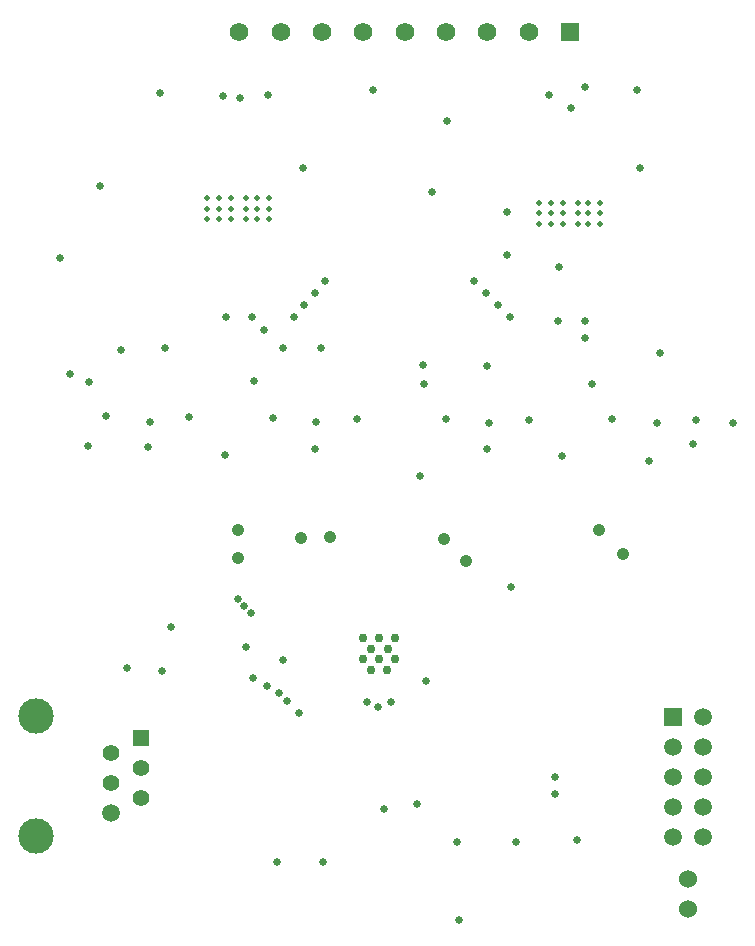
<source format=gbs>
G04*
G04 #@! TF.GenerationSoftware,Altium Limited,Altium Designer,22.10.1 (41)*
G04*
G04 Layer_Color=16711935*
%FSLAX24Y24*%
%MOIN*%
G70*
G04*
G04 #@! TF.SameCoordinates,EAAA1F8D-6CAC-4442-BC96-451E5CDCA5FB*
G04*
G04*
G04 #@! TF.FilePolarity,Negative*
G04*
G01*
G75*
%ADD53C,0.0617*%
%ADD54R,0.0617X0.0617*%
%ADD55C,0.0300*%
%ADD56R,0.0591X0.0591*%
%ADD57C,0.0591*%
%ADD58C,0.0200*%
%ADD59C,0.0551*%
%ADD60C,0.1181*%
%ADD61R,0.0551X0.0551*%
%ADD62C,0.0260*%
%ADD63C,0.0600*%
%ADD64C,0.0420*%
D53*
X15922Y37700D02*
D03*
X17300D02*
D03*
X18678D02*
D03*
X20056D02*
D03*
X21434D02*
D03*
X14544D02*
D03*
X13166D02*
D03*
X11788D02*
D03*
D54*
X22812D02*
D03*
D55*
X16454Y17484D02*
D03*
X15927D02*
D03*
X16980D02*
D03*
X15927Y16783D02*
D03*
X16183Y17134D02*
D03*
X16178Y16433D02*
D03*
X16718D02*
D03*
X16741Y17134D02*
D03*
X16454Y16783D02*
D03*
X16976D02*
D03*
D56*
X26250Y14850D02*
D03*
D57*
X27250D02*
D03*
X26250Y13850D02*
D03*
X27250D02*
D03*
X26250Y12850D02*
D03*
X27250D02*
D03*
X26250Y11850D02*
D03*
X27250D02*
D03*
X26250Y10850D02*
D03*
X27250D02*
D03*
X7503Y11650D02*
D03*
D58*
X21779Y31299D02*
D03*
X22179D02*
D03*
X22579D02*
D03*
X21776Y31991D02*
D03*
Y31641D02*
D03*
X22176Y31991D02*
D03*
Y31641D02*
D03*
X22576D02*
D03*
Y31991D02*
D03*
X23076Y31291D02*
D03*
Y31991D02*
D03*
Y31641D02*
D03*
X23426Y31991D02*
D03*
Y31641D02*
D03*
Y31291D02*
D03*
X23826D02*
D03*
Y31641D02*
D03*
Y31991D02*
D03*
X12776Y32141D02*
D03*
Y31791D02*
D03*
Y31441D02*
D03*
X12376D02*
D03*
Y31791D02*
D03*
Y32141D02*
D03*
X12026Y31791D02*
D03*
Y32141D02*
D03*
Y31441D02*
D03*
X11526Y32141D02*
D03*
Y31791D02*
D03*
X11126D02*
D03*
Y32141D02*
D03*
X10726Y31791D02*
D03*
Y32141D02*
D03*
X11529Y31449D02*
D03*
X11129D02*
D03*
X10729D02*
D03*
D59*
X7503Y13650D02*
D03*
X8503Y12150D02*
D03*
X7503Y12650D02*
D03*
X8503Y13150D02*
D03*
D60*
X5003Y14898D02*
D03*
Y10898D02*
D03*
D61*
X8503Y14150D02*
D03*
D62*
X12600Y27750D02*
D03*
X6150Y26300D02*
D03*
X5800Y30150D02*
D03*
X12750Y35600D02*
D03*
X11250Y35550D02*
D03*
X13900Y33150D02*
D03*
X28250Y24650D02*
D03*
X27013Y24765D02*
D03*
X24222Y24776D02*
D03*
X21462Y24757D02*
D03*
X18679Y24799D02*
D03*
X15708Y24800D02*
D03*
X12914Y24822D02*
D03*
X10100Y24850D02*
D03*
X7350Y24900D02*
D03*
X20800Y28200D02*
D03*
X20400Y28600D02*
D03*
X20000Y29000D02*
D03*
X19600Y29400D02*
D03*
X13600Y28200D02*
D03*
X13950Y28600D02*
D03*
X14300Y29000D02*
D03*
X14650Y29400D02*
D03*
X12231Y16144D02*
D03*
X20700Y31687D02*
D03*
X22850Y35150D02*
D03*
X25050Y35750D02*
D03*
X22435Y29850D02*
D03*
X20700Y30250D02*
D03*
X25800Y27000D02*
D03*
X20050Y26550D02*
D03*
X17900Y26600D02*
D03*
X17942Y25938D02*
D03*
X7850Y27100D02*
D03*
X9300Y27150D02*
D03*
X14500D02*
D03*
X13250D02*
D03*
Y16750D02*
D03*
X12720Y15900D02*
D03*
X22300Y12850D02*
D03*
Y12300D02*
D03*
X17700Y11950D02*
D03*
X23308Y27483D02*
D03*
X19100Y8100D02*
D03*
X23050Y10750D02*
D03*
X19050Y10700D02*
D03*
X21000D02*
D03*
X11800Y35500D02*
D03*
X23300Y28050D02*
D03*
X22400D02*
D03*
X12200Y28200D02*
D03*
X11350D02*
D03*
X18710Y34710D02*
D03*
X22100Y35600D02*
D03*
X9500Y17850D02*
D03*
X9160Y35660D02*
D03*
X16250Y35750D02*
D03*
X25450Y23400D02*
D03*
X8750Y23850D02*
D03*
X14300Y23800D02*
D03*
X20063Y23787D02*
D03*
X26900Y23950D02*
D03*
X18000Y16050D02*
D03*
X20850Y19200D02*
D03*
X16600Y11800D02*
D03*
X13787Y14987D02*
D03*
X13387Y15387D02*
D03*
X9200Y16400D02*
D03*
X8050Y16500D02*
D03*
X11737Y18775D02*
D03*
X11950Y18550D02*
D03*
X12000Y17200D02*
D03*
X12181Y18329D02*
D03*
X13100Y15650D02*
D03*
X16050Y15350D02*
D03*
X16850D02*
D03*
X16400Y15200D02*
D03*
X13054Y10004D02*
D03*
X14596D02*
D03*
X25150Y33150D02*
D03*
X17800Y22900D02*
D03*
X18200Y32350D02*
D03*
X7150Y32550D02*
D03*
X23300Y35850D02*
D03*
X14350Y24700D02*
D03*
X6783Y26008D02*
D03*
X6730Y23869D02*
D03*
X11300Y23600D02*
D03*
X22542Y23540D02*
D03*
X8800Y24700D02*
D03*
X20100Y24650D02*
D03*
X25700D02*
D03*
X23540Y25940D02*
D03*
X12292Y26038D02*
D03*
D63*
X26750Y9450D02*
D03*
Y8450D02*
D03*
D64*
X13841Y20809D02*
D03*
X24571Y20279D02*
D03*
X23779Y21071D02*
D03*
X18629Y20771D02*
D03*
X19351Y20060D02*
D03*
X14809Y20850D02*
D03*
X11750Y20150D02*
D03*
Y21100D02*
D03*
M02*

</source>
